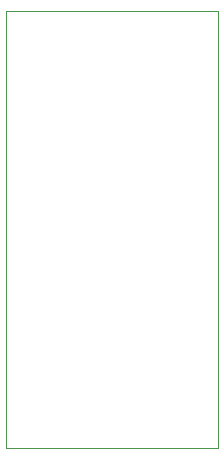
<source format=gbr>
%TF.GenerationSoftware,KiCad,Pcbnew,7.0.8*%
%TF.CreationDate,2024-04-19T17:39:31-04:00*%
%TF.ProjectId,rcl57_mcu,72636c35-375f-46d6-9375-2e6b69636164,rev?*%
%TF.SameCoordinates,Original*%
%TF.FileFunction,Profile,NP*%
%FSLAX46Y46*%
G04 Gerber Fmt 4.6, Leading zero omitted, Abs format (unit mm)*
G04 Created by KiCad (PCBNEW 7.0.8) date 2024-04-19 17:39:31*
%MOMM*%
%LPD*%
G01*
G04 APERTURE LIST*
%TA.AperFunction,Profile*%
%ADD10C,0.050000*%
%TD*%
G04 APERTURE END LIST*
D10*
X135800000Y-117000000D02*
X149800000Y-117000000D01*
X135800000Y-117000000D02*
X135800000Y-80000000D01*
X135800000Y-80000000D02*
X153800000Y-80000000D01*
X153800000Y-80000000D02*
X153800000Y-86200000D01*
X153800000Y-117000000D02*
X153800000Y-86200000D01*
X149800000Y-117000000D02*
X153800000Y-117000000D01*
M02*

</source>
